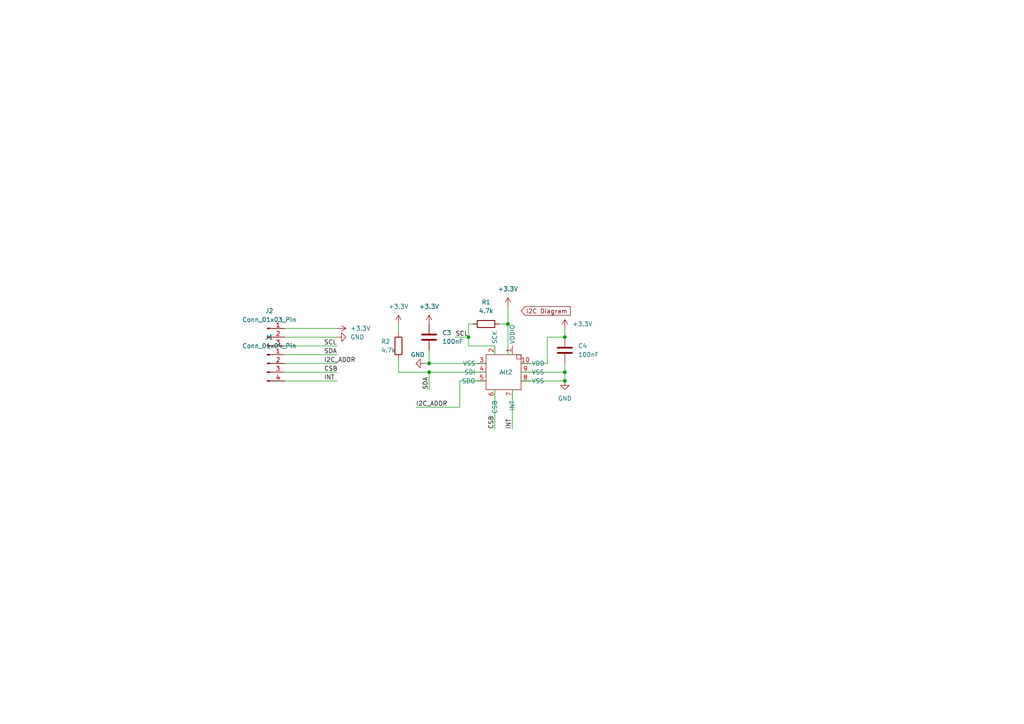
<source format=kicad_sch>
(kicad_sch (version 20230121) (generator eeschema)
  (paper "A4")
  (lib_symbols
    (symbol "Avionics:BMP390"
      (property "Reference" "Alt" (at 0 0 0))
      (symbol "BMP390_0_1"
        (rectangle (start -5.08 5.08) (end 5.08 -5.08))
        (rectangle (start 3.81 3.81) (end 5.08 5.08))
      )
      (symbol "BMP390_1_1"
        (pin input line (at 2.54 5.08 90) (length 2.54) (name "VDDIO") (number "1"))
        (pin input line (at 5.08 2.54 0) (length 2.54) (name "VDD") (number "10"))
        (pin input line (at -2.54 5.08 90) (length 2.54) (name "SCK") (number "2"))
        (pin input line (at -5.08 2.54 180) (length 2.54) (name "VSS") (number "3"))
        (pin input line (at -5.08 0 180) (length 2.54) (name "SDI") (number "4"))
        (pin input line (at -5.08 -2.54 180) (length 2.54) (name "SDO") (number "5"))
        (pin input line (at -2.54 -5.08 270) (length 2.54) (name "CSB") (number "6"))
        (pin input line (at 2.54 -5.08 270) (length 2.54) (name "INT") (number "7"))
        (pin input line (at 5.08 -2.54 0) (length 2.54) (name "VSS") (number "8"))
        (pin input line (at 5.08 0 0) (length 2.54) (name "VSS") (number "9"))
      )
    )
    (symbol "Connector:Conn_01x03_Pin" (pin_names (offset 1.016) hide)
      (property "Reference" "J" (at 0 5.08 0))
      (property "Value" "Conn_01x03_Pin" (at 0 -5.08 0))
      (symbol "Conn_01x03_Pin_1_1"
        (polyline (pts (xy 1.27 -2.54) (xy 0.8636 -2.54)) (stroke (width 0.1524)))
        (polyline (pts (xy 1.27 0) (xy 0.8636 0)) (stroke (width 0.1524)))
        (polyline (pts (xy 1.27 2.54) (xy 0.8636 2.54)) (stroke (width 0.1524)))
        (rectangle (start 0.8636 -2.413) (end 0 -2.667) (stroke (width 0.1524)) (fill (type outline)))
        (rectangle (start 0.8636 0.127) (end 0 -0.127) (stroke (width 0.1524)) (fill (type outline)))
        (rectangle (start 0.8636 2.667) (end 0 2.413) (stroke (width 0.1524)) (fill (type outline)))
        (pin passive line (at 5.08 2.54 180) (length 3.81) (name "Pin_1") (number "1"))
        (pin passive line (at 5.08 0 180) (length 3.81) (name "Pin_2") (number "2"))
        (pin passive line (at 5.08 -2.54 180) (length 3.81) (name "Pin_3") (number "3"))
      )
    )
    (symbol "Connector:Conn_01x04_Pin" (pin_names (offset 1.016) hide)
      (property "Reference" "J" (at 0 5.08 0))
      (property "Value" "Conn_01x04_Pin" (at 0 -7.62 0))
      (symbol "Conn_01x04_Pin_1_1"
        (polyline (pts (xy 1.27 -5.08) (xy 0.8636 -5.08)) (stroke (width 0.1524)))
        (polyline (pts (xy 1.27 -2.54) (xy 0.8636 -2.54)) (stroke (width 0.1524)))
        (polyline (pts (xy 1.27 0) (xy 0.8636 0)) (stroke (width 0.1524)))
        (polyline (pts (xy 1.27 2.54) (xy 0.8636 2.54)) (stroke (width 0.1524)))
        (rectangle (start 0.8636 -4.953) (end 0 -5.207) (stroke (width 0.1524)) (fill (type outline)))
        (rectangle (start 0.8636 -2.413) (end 0 -2.667) (stroke (width 0.1524)) (fill (type outline)))
        (rectangle (start 0.8636 0.127) (end 0 -0.127) (stroke (width 0.1524)) (fill (type outline)))
        (rectangle (start 0.8636 2.667) (end 0 2.413) (stroke (width 0.1524)) (fill (type outline)))
        (pin passive line (at 5.08 2.54 180) (length 3.81) (name "Pin_1") (number "1"))
        (pin passive line (at 5.08 0 180) (length 3.81) (name "Pin_2") (number "2"))
        (pin passive line (at 5.08 -2.54 180) (length 3.81) (name "Pin_3") (number "3"))
        (pin passive line (at 5.08 -5.08 180) (length 3.81) (name "Pin_4") (number "4"))
      )
    )
    (symbol "Device:C" (pin_numbers hide) (pin_names (offset 0.254))
      (property "Reference" "C" (at 0.635 2.54 0))
      (property "Value" "C" (at 0.635 -2.54 0))
      (symbol "C_0_1"
        (polyline (pts (xy -2.032 -0.762) (xy 2.032 -0.762)) (stroke (width 0.508)))
        (polyline (pts (xy -2.032 0.762) (xy 2.032 0.762)) (stroke (width 0.508)))
      )
      (symbol "C_1_1"
        (pin passive line (at 0 3.81 270) (length 2.794) (name "~") (number "1"))
        (pin passive line (at 0 -3.81 90) (length 2.794) (name "~") (number "2"))
      )
    )
    (symbol "Device:R" (pin_numbers hide) (pin_names (offset 0))
      (property "Reference" "R" (at 2.032 0 90))
      (property "Value" "R" (at 0 0 90))
      (symbol "R_0_1"
        (rectangle (start -1.016 -2.54) (end 1.016 2.54) (stroke (width 0.254)))
      )
      (symbol "R_1_1"
        (pin passive line (at 0 3.81 270) (length 1.27) (name "~") (number "1"))
        (pin passive line (at 0 -3.81 90) (length 1.27) (name "~") (number "2"))
      )
    )
    (symbol "power:+3.3V" (power) (pin_names (offset 0))
      (property "Value" "+3.3V" (at 0 3.556 0))
      (symbol "+3.3V_0_1"
        (polyline (pts (xy -0.762 1.27) (xy 0 2.54)))
        (polyline (pts (xy 0 0) (xy 0 2.54)))
        (polyline (pts (xy 0 2.54) (xy 0.762 1.27)))
      )
      (symbol "+3.3V_1_1"
        (pin power_in line (at 0 0 90) (length 0) hide (name "+3.3V") (number "1"))
      )
    )
    (symbol "power:GND" (power) (pin_names (offset 0))
      (property "Value" "GND" (at 0 -3.81 0))
      (symbol "GND_0_1"
        (polyline (pts (xy 0 0) (xy 0 -1.27) (xy 1.27 -1.27) (xy 0 -2.54) (xy -1.27 -1.27) (xy 0 -1.27)))
      )
      (symbol "GND_1_1"
        (pin power_in line (at 0 0 270) (length 0) hide (name "GND") (number "1"))
      )
    )
  )
  (junction (at 163.83 97.79))
  (junction (at 163.83 110.49))
  (junction (at 163.83 107.95))
  (junction (at 147.32 93.98))
  (junction (at 124.46 107.95))
  (junction (at 135.89 97.79))
  (junction (at 124.46 105.41))
  (wire (pts (xy 163.83 105.41) (xy 163.83 107.95)))
  (wire (pts (xy 120.65 118.11) (xy 133.35 118.11)))
  (wire (pts (xy 82.55 102.87) (xy 97.79 102.87)))
  (wire (pts (xy 151.13 110.49) (xy 163.83 110.49)))
  (wire (pts (xy 115.57 107.95) (xy 124.46 107.95)))
  (wire (pts (xy 147.32 93.98) (xy 147.32 102.87)))
  (wire (pts (xy 82.55 110.49) (xy 97.79 110.49)))
  (wire (pts (xy 132.08 97.79) (xy 135.89 97.79)))
  (wire (pts (xy 143.51 100.33) (xy 143.51 102.87)))
  (wire (pts (xy 115.57 107.95) (xy 115.57 104.14)))
  (wire (pts (xy 163.83 110.49) (xy 163.83 107.95)))
  (wire (pts (xy 158.75 105.41) (xy 158.75 97.79)))
  (wire (pts (xy 135.89 100.33) (xy 143.51 100.33)))
  (wire (pts (xy 148.59 113.03) (xy 148.59 124.46)))
  (wire (pts (xy 82.55 95.25) (xy 97.79 95.25)))
  (wire (pts (xy 124.46 105.41) (xy 140.97 105.41)))
  (wire (pts (xy 147.32 102.87) (xy 148.59 102.87)))
  (wire (pts (xy 133.35 110.49) (xy 140.97 110.49)))
  (wire (pts (xy 133.35 118.11) (xy 133.35 110.49)))
  (wire (pts (xy 143.51 113.03) (xy 143.51 124.46)))
  (wire (pts (xy 115.57 93.98) (xy 115.57 96.52)))
  (wire (pts (xy 144.78 93.98) (xy 147.32 93.98)))
  (wire (pts (xy 147.32 88.9) (xy 147.32 93.98)))
  (wire (pts (xy 124.46 101.6) (xy 124.46 105.41)))
  (wire (pts (xy 82.55 107.95) (xy 97.79 107.95)))
  (wire (pts (xy 135.89 93.98) (xy 137.16 93.98)))
  (wire (pts (xy 124.46 107.95) (xy 124.46 113.03)))
  (wire (pts (xy 151.13 105.41) (xy 158.75 105.41)))
  (wire (pts (xy 158.75 97.79) (xy 163.83 97.79)))
  (wire (pts (xy 82.55 100.33) (xy 97.79 100.33)))
  (wire (pts (xy 163.83 95.25) (xy 163.83 97.79)))
  (wire (pts (xy 124.46 107.95) (xy 140.97 107.95)))
  (wire (pts (xy 82.55 105.41) (xy 97.79 105.41)))
  (wire (pts (xy 151.13 107.95) (xy 163.83 107.95)))
  (wire (pts (xy 135.89 93.98) (xy 135.89 97.79)))
  (wire (pts (xy 82.55 97.79) (xy 97.79 97.79)))
  (wire (pts (xy 135.89 97.79) (xy 135.89 100.33)))
  (wire (pts (xy 123.19 105.41) (xy 124.46 105.41)))
  (label "CSB" (at 93.98 107.95 0))
  (label "I2C_ADDR" (at 93.98 105.41 0))
  (label "SDA" (at 93.98 102.87 0))
  (label "I2C_ADDR" (at 120.65 118.11 0))
  (label "SDA" (at 124.46 113.03 90))
  (label "INT" (at 148.59 124.46 90))
  (label "SCL" (at 132.08 97.79 0))
  (label "INT" (at 93.98 110.49 0))
  (label "SCL" (at 93.98 100.33 0))
  (label "CSB" (at 143.51 124.46 90))
  (global_label "I2C Diagram" (shape input) (at 151.13 90.17 0) (property "Intersheetrefs" "${INTERSHEET_REFS}" (effects hide)))
  (symbol (lib_id "power:+3.3V") (at 115.57 93.98 0) (unit 1)
    (property "Reference" "#PWR05" (effects hide))
    (property "Value" "+3.3V" (at 115.57 88.9 0))
  )
  (symbol (lib_id "Device:C") (at 163.83 101.6 0) (unit 1)
    (property "Reference" "C4" (at 167.64 100.33 0) (effects (justify left)))
    (property "Value" "100nF" (at 167.64 102.87 0) (effects (justify left)))
    (property "Footprint" "Capacitor_SMD:C_0805_2012Metric" (effects hide))
  )
  (symbol (lib_id "Connector:Conn_01x03_Pin") (at 77.47 97.79 0) (unit 1)
    (property "Reference" "J2" (at 78.105 90.17 0))
    (property "Value" "Conn_01x03_Pin" (at 78.105 92.71 0))
    (property "Footprint" "Connector_PinHeader_2.54mm:PinHeader_1x03_P2.54mm_Vertical" (effects hide))
  )
  (symbol (lib_id "Connector:Conn_01x04_Pin") (at 77.47 105.41 0) (unit 1)
    (property "Reference" "J1" (at 78.105 97.79 0))
    (property "Value" "Conn_01x04_Pin" (at 78.105 100.33 0))
    (property "Footprint" "Connector_PinHeader_2.54mm:PinHeader_1x04_P2.54mm_Vertical" (effects hide))
  )
  (symbol (lib_id "Avionics:BMP390") (at 146.05 107.95 0) (unit 1)
    (property "Reference" "Alt2" (at 144.78 107.95 0) (effects (justify left)))
    (property "Value" "~" (at 146.05 107.95 0))
    (property "Footprint" "Avionics:BMP390" (effects hide))
  )
  (symbol (lib_id "Device:C") (at 124.46 97.79 0) (unit 1)
    (property "Reference" "C3" (at 128.27 96.52 0) (effects (justify left)))
    (property "Value" "100nF" (at 128.27 99.06 0) (effects (justify left)))
    (property "Footprint" "Capacitor_SMD:C_0805_2012Metric" (effects hide))
  )
  (symbol (lib_id "power:GND") (at 163.83 110.49 0) (unit 1)
    (property "Reference" "#PWR04" (effects hide))
    (property "Value" "GND" (at 163.83 115.57 0))
  )
  (symbol (lib_id "Device:R") (at 115.57 100.33 180) (unit 1)
    (property "Reference" "R2" (at 110.49 99.06 0) (effects (justify right)))
    (property "Value" "4.7k" (at 110.49 101.6 0) (effects (justify right)))
    (property "Footprint" "Resistor_SMD:R_0805_2012Metric" (effects hide))
  )
  (symbol (lib_id "power:GND") (at 97.79 97.79 90) (unit 1)
    (property "Reference" "#PWR012" (effects hide))
    (property "Value" "GND" (at 101.6 97.79 90) (effects (justify right)))
  )
  (symbol (lib_id "Device:R") (at 140.97 93.98 90) (unit 1)
    (property "Reference" "R1" (at 140.97 87.63 90))
    (property "Value" "4.7k" (at 140.97 90.17 90))
    (property "Footprint" "Resistor_SMD:R_0805_2012Metric" (effects hide))
  )
  (symbol (lib_id "power:+3.3V") (at 147.32 88.9 0) (unit 1)
    (property "Reference" "#PWR07" (effects hide))
    (property "Value" "+3.3V" (at 147.32 83.82 0))
  )
  (symbol (lib_id "power:+3.3V") (at 124.46 93.98 0) (unit 1)
    (property "Reference" "#PWR06" (effects hide))
    (property "Value" "+3.3V" (at 124.46 88.9 0))
  )
  (symbol (lib_id "power:+3.3V") (at 163.83 95.25 0) (unit 1)
    (property "Reference" "#PWR08" (effects hide))
    (property "Value" "+3.3V" (at 168.91 93.98 0))
  )
  (symbol (lib_id "power:+3.3V") (at 97.79 95.25 270) (unit 1)
    (property "Reference" "#PWR09" (effects hide))
    (property "Value" "+3.3V" (at 101.6 95.25 90) (effects (justify left)))
  )
  (symbol (lib_id "power:GND") (at 123.19 105.41 270) (unit 1)
    (property "Reference" "#PWR03" (effects hide))
    (property "Value" "GND" (at 123.19 102.87 90) (effects (justify right)))
  )
)
</source>
